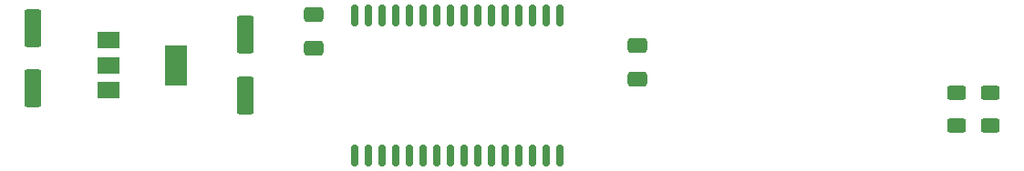
<source format=gbr>
%TF.GenerationSoftware,KiCad,Pcbnew,6.0.2-378541a8eb~116~ubuntu21.10.1*%
%TF.CreationDate,2022-02-13T18:24:12+01:00*%
%TF.ProjectId,qlexternal512kram_MIX,716c6578-7465-4726-9e61-6c3531326b72,00*%
%TF.SameCoordinates,Original*%
%TF.FileFunction,Paste,Top*%
%TF.FilePolarity,Positive*%
%FSLAX46Y46*%
G04 Gerber Fmt 4.6, Leading zero omitted, Abs format (unit mm)*
G04 Created by KiCad (PCBNEW 6.0.2-378541a8eb~116~ubuntu21.10.1) date 2022-02-13 18:24:12*
%MOMM*%
%LPD*%
G01*
G04 APERTURE LIST*
G04 Aperture macros list*
%AMRoundRect*
0 Rectangle with rounded corners*
0 $1 Rounding radius*
0 $2 $3 $4 $5 $6 $7 $8 $9 X,Y pos of 4 corners*
0 Add a 4 corners polygon primitive as box body*
4,1,4,$2,$3,$4,$5,$6,$7,$8,$9,$2,$3,0*
0 Add four circle primitives for the rounded corners*
1,1,$1+$1,$2,$3*
1,1,$1+$1,$4,$5*
1,1,$1+$1,$6,$7*
1,1,$1+$1,$8,$9*
0 Add four rect primitives between the rounded corners*
20,1,$1+$1,$2,$3,$4,$5,0*
20,1,$1+$1,$4,$5,$6,$7,0*
20,1,$1+$1,$6,$7,$8,$9,0*
20,1,$1+$1,$8,$9,$2,$3,0*%
G04 Aperture macros list end*
%ADD10R,2.000000X1.500000*%
%ADD11R,2.000000X3.800000*%
%ADD12RoundRect,0.250000X-0.550000X1.500000X-0.550000X-1.500000X0.550000X-1.500000X0.550000X1.500000X0*%
%ADD13RoundRect,0.250000X-0.650000X0.412500X-0.650000X-0.412500X0.650000X-0.412500X0.650000X0.412500X0*%
%ADD14RoundRect,0.250000X-0.625000X0.400000X-0.625000X-0.400000X0.625000X-0.400000X0.625000X0.400000X0*%
%ADD15RoundRect,0.150000X0.150000X-0.875000X0.150000X0.875000X-0.150000X0.875000X-0.150000X-0.875000X0*%
G04 APERTURE END LIST*
D10*
%TO.C,U3*%
X105530000Y-66280000D03*
D11*
X111830000Y-68580000D03*
D10*
X105530000Y-68580000D03*
X105530000Y-70880000D03*
%TD*%
D12*
%TO.C,C1*%
X98520000Y-65145000D03*
X98520000Y-70745000D03*
%TD*%
D13*
%TO.C,C4*%
X154654000Y-66725000D03*
X154654000Y-69850000D03*
%TD*%
D12*
%TO.C,C2*%
X118205000Y-65780000D03*
X118205000Y-71380000D03*
%TD*%
D13*
%TO.C,C3*%
X124555000Y-63842500D03*
X124555000Y-66967500D03*
%TD*%
D14*
%TO.C,R2*%
X187420000Y-71120000D03*
X187420000Y-74220000D03*
%TD*%
%TO.C,R1*%
X184245000Y-71120000D03*
X184245000Y-74220000D03*
%TD*%
D15*
%TO.C,U1*%
X128365000Y-77035000D03*
X129635000Y-77035000D03*
X130905000Y-77035000D03*
X132175000Y-77035000D03*
X133445000Y-77035000D03*
X134715000Y-77035000D03*
X135985000Y-77035000D03*
X137255000Y-77035000D03*
X138525000Y-77035000D03*
X139795000Y-77035000D03*
X141065000Y-77035000D03*
X142335000Y-77035000D03*
X143605000Y-77035000D03*
X144875000Y-77035000D03*
X146145000Y-77035000D03*
X147415000Y-77035000D03*
X147415000Y-63935000D03*
X146145000Y-63935000D03*
X144875000Y-63935000D03*
X143605000Y-63935000D03*
X142335000Y-63935000D03*
X141065000Y-63935000D03*
X139795000Y-63935000D03*
X138525000Y-63935000D03*
X137255000Y-63935000D03*
X135985000Y-63935000D03*
X134715000Y-63935000D03*
X133445000Y-63935000D03*
X132175000Y-63935000D03*
X130905000Y-63935000D03*
X129635000Y-63935000D03*
X128365000Y-63935000D03*
%TD*%
M02*

</source>
